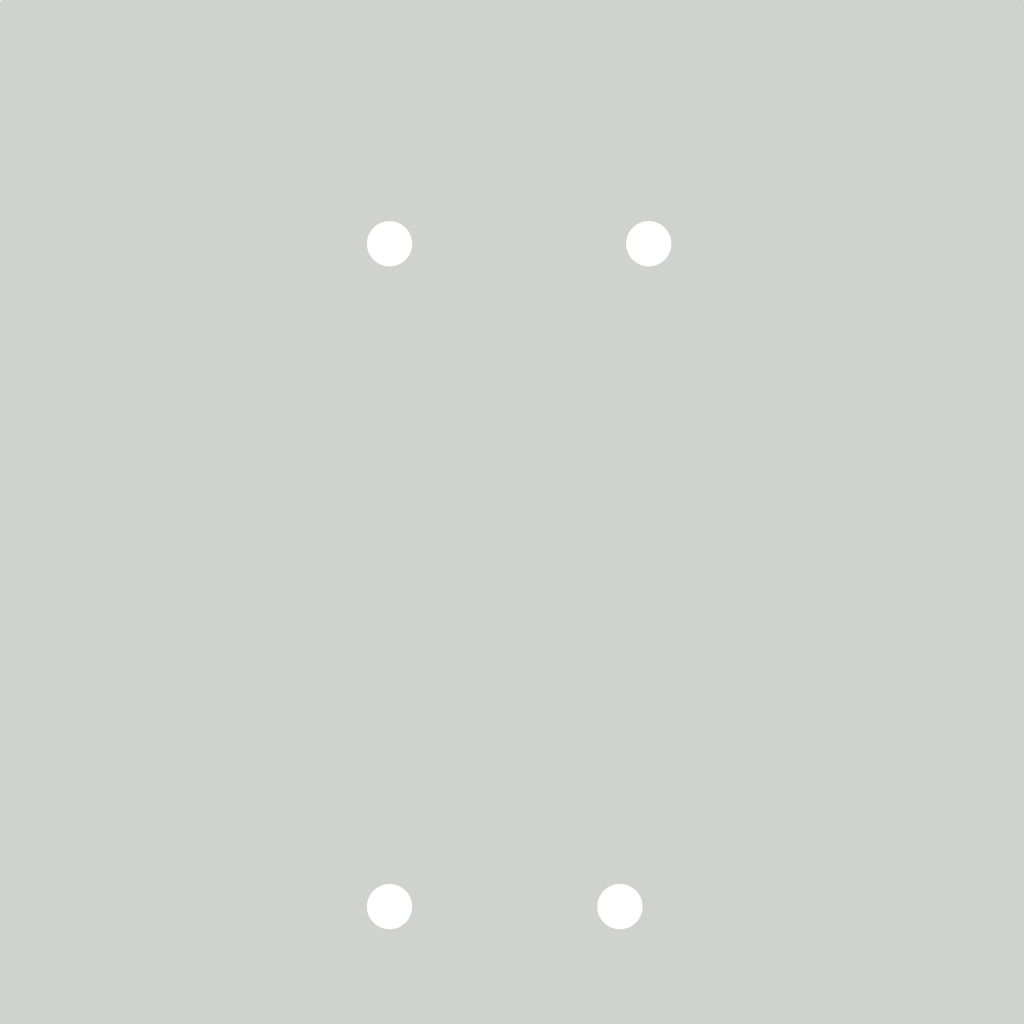
<source format=kicad_pcb>
(kicad_pcb (version 20221018) (generator pcbnew)
  (layers (0 "F.Cu" signal) (31 "B.Cu" signal) (34 "B.Paste" user) (35 "F.Paste" user) (36 "B.SilkS" user "B.Silkscreen") (37 "F.SilkS" user "F.Silkscreen") (38 "B.Mask" user) (39 "F.Mask" user) (44 "Edge.Cuts" user))
  (net 0 "")
  (net 1 "Net-(D2-K)")
  (net 2 "GND")
  (net 3 "Net-(D1-K)")
  (net 4 "Net-(D3-K)")
  (footprint "Connector_PinHeader_2.54mm:PinHeader_1x01_P2.54mm_Vertical" (layer "F.Cu") (at 66.04 49.325)
    (fp_text reference "J2" hide)
    (fp_text value "AC-" (at 0.66 -2.45) (layer "F.SilkS"))
    (fp_line (start -1.33 -1.33) (end 0 -1.33) (stroke (width 0.12)) (layer "F.SilkS"))
    (fp_line (start -1.33 0) (end -1.33 -1.33) (stroke (width 0.12)) (layer "F.SilkS"))
    (fp_line (start -1.33 1.27) (end -1.33 1.33) (stroke (width 0.12)) (layer "F.SilkS"))
    (fp_line (start -1.33 1.27) (end 1.33 1.27) (stroke (width 0.12)) (layer "F.SilkS"))
    (fp_line (start -1.33 1.33) (end 1.33 1.33) (stroke (width 0.12)) (layer "F.SilkS"))
    (fp_line (start 1.33 1.27) (end 1.33 1.33) (stroke (width 0.12)) (layer "F.SilkS"))
    (pad "1" thru_hole rect (at 0 0) (size 1.7 1.7) (drill 1) (layers "*.Cu" "*.Mask") (net 4 "Net-(D3-K)"))
  )
  (footprint "footprints:CAP_WCAP-ASLI_04p0X05p5_WRE-M" (layer "F.Cu") (at 69.85 56.3221 -90)
    (fp_text reference "C1" (at -3.5721 2.35 unlocked) (layer "F.SilkS"))
    (fp_text value "25u")
    (fp_line (start -2.3749 -2.3749) (end -2.3749 -0.99314) (stroke (width 0.1524)) (layer "F.SilkS"))
    (fp_line (start -2.3749 0.99314) (end -2.3749 2.3749) (stroke (width 0.1524)) (layer "F.SilkS"))
    (fp_line (start -2.3749 2.3749) (end 2.3749 2.3749) (stroke (width 0.1524)) (layer "F.SilkS"))
    (fp_line (start 2.3749 -2.3749) (end -2.3749 -2.3749) (stroke (width 0.1524)) (layer "F.SilkS"))
    (fp_line (start 2.3749 -0.99314) (end 2.3749 -2.3749) (stroke (width 0.1524)) (layer "F.SilkS"))
    (fp_line (start 2.3749 2.3749) (end 2.3749 0.99314) (stroke (width 0.1524)) (layer "F.SilkS"))
    (fp_circle (center -4.0767 0) (end -4.0005 0) (stroke (width 0.1524)) (fill none) (layer "F.SilkS"))
    (pad "1" smd rect (at -1.905 0 270) (size 2.8194 1.3208) (layers "F.Cu" "F.Paste" "F.Mask") (net 1 "Net-(D2-K)"))
    (pad "2" smd rect (at 1.905 0 270) (size 2.8194 1.3208) (layers "F.Cu" "F.Paste" "F.Mask") (net 2 "GND"))
  )
  (footprint "Connector_PinHeader_2.54mm:PinHeader_1x01_P2.54mm_Vertical" (layer "F.Cu") (at 71.12 63.9421 90)
    (fp_text reference "J4" hide)
    (fp_text value "V_OUT-" (at 2.6921 0.88 180) (layer "F.SilkS"))
    (fp_line (start -1.33 -1.33) (end 0 -1.33) (stroke (width 0.12)) (layer "F.SilkS"))
    (fp_line (start -1.33 0) (end -1.33 -1.33) (stroke (width 0.12)) (layer "F.SilkS"))
    (fp_line (start -1.33 1.27) (end -1.33 1.33) (stroke (width 0.12)) (layer "F.SilkS"))
    (fp_line (start -1.33 1.27) (end 1.33 1.27) (stroke (width 0.12)) (layer "F.SilkS"))
    (fp_line (start -1.33 1.33) (end 1.33 1.33) (stroke (width 0.12)) (layer "F.SilkS"))
    (fp_line (start 1.33 1.27) (end 1.33 1.33) (stroke (width 0.12)) (layer "F.SilkS"))
    (pad "1" thru_hole rect (at 0 0 90) (size 1.7 1.7) (drill 1) (layers "*.Cu" "*.Mask") (net 2 "GND"))
  )
  (footprint "footprints:SOD123_MCC-M" (layer "F.Cu") (at 61.595 52.5)
    (fp_text reference "D2" (at 0 -2.2 unlocked) (layer "F.SilkS"))
    (fp_text value "1N4148")
    (fp_text user "*" (at -2.595 -1 unlocked) (layer "F.SilkS"))
    (fp_text user "*" (at -2.595 1.75) (layer "F.SilkS"))
    (fp_line (start -1.5494 -1.0287) (end -1.5494 -0.71374) (stroke (width 0.1524)) (layer "F.SilkS"))
    (fp_line (start -1.5494 0.71374) (end -1.5494 1.0287) (stroke (width 0.1524)) (layer "F.SilkS"))
    (fp_line (start -1.5494 1.0287) (end 1.5494 1.0287) (stroke (width 0.1524)) (layer "F.SilkS"))
    (fp_line (start 1.5494 -1.0287) (end -1.5494 -1.0287) (stroke (width 0.1524)) (layer "F.SilkS"))
    (fp_line (start 1.5494 -0.71374) (end 1.5494 -1.0287) (stroke (width 0.1524)) (layer "F.SilkS"))
    (fp_line (start 1.5494 1.0287) (end 1.5494 0.71374) (stroke (width 0.1524)) (layer "F.SilkS"))
    (pad "1" smd rect (at -1.905 0) (size 1.1684 0.762) (layers "F.Cu" "F.Paste" "F.Mask") (net 1 "Net-(D2-K)"))
    (pad "2" smd rect (at 1.905 0) (size 1.1684 0.762) (layers "F.Cu" "F.Paste" "F.Mask") (net 3 "Net-(D1-K)"))
  )
  (footprint "Connector_PinHeader_2.54mm:PinHeader_1x01_P2.54mm_Vertical" (layer "F.Cu") (at 66.04 63.9421 180)
    (fp_text reference "J3" hide)
    (fp_text value "V_OUT+" (at 0.29 2.6921 180) (layer "F.SilkS"))
    (fp_line (start -1.33 -1.33) (end 0 -1.33) (stroke (width 0.12)) (layer "F.SilkS"))
    (fp_line (start -1.33 0) (end -1.33 -1.33) (stroke (width 0.12)) (layer "F.SilkS"))
    (fp_line (start -1.33 1.27) (end -1.33 1.33) (stroke (width 0.12)) (layer "F.SilkS"))
    (fp_line (start -1.33 1.27) (end 1.33 1.27) (stroke (width 0.12)) (layer "F.SilkS"))
    (fp_line (start -1.33 1.33) (end 1.33 1.33) (stroke (width 0.12)) (layer "F.SilkS"))
    (fp_line (start 1.33 1.27) (end 1.33 1.33) (stroke (width 0.12)) (layer "F.SilkS"))
    (pad "1" thru_hole rect (at 0 0 180) (size 1.7 1.7) (drill 1) (layers "*.Cu" "*.Mask") (net 1 "Net-(D2-K)"))
  )
  (footprint "footprints:SOD123_MCC-M" (layer "F.Cu") (at 76.2 46.15)
    (fp_text reference "D3" (at 0 2.35 unlocked) (layer "F.SilkS"))
    (fp_text value "1N4148")
    (fp_text user "*" (at -2.45 -1.15 unlocked) (layer "F.SilkS"))
    (fp_text user "*" (at -3.45 -0.4) (layer "F.SilkS"))
    (fp_line (start -1.5494 -1.0287) (end -1.5494 -0.71374) (stroke (width 0.1524)) (layer "F.SilkS"))
    (fp_line (start -1.5494 0.71374) (end -1.5494 1.0287) (stroke (width 0.1524)) (layer "F.SilkS"))
    (fp_line (start -1.5494 1.0287) (end 1.5494 1.0287) (stroke (width 0.1524)) (layer "F.SilkS"))
    (fp_line (start 1.5494 -1.0287) (end -1.5494 -1.0287) (stroke (width 0.1524)) (layer "F.SilkS"))
    (fp_line (start 1.5494 -0.71374) (end 1.5494 -1.0287) (stroke (width 0.1524)) (layer "F.SilkS"))
    (fp_line (start 1.5494 1.0287) (end 1.5494 0.71374) (stroke (width 0.1524)) (layer "F.SilkS"))
    (pad "1" smd rect (at -1.905 0) (size 1.1684 0.762) (layers "F.Cu" "F.Paste" "F.Mask") (net 4 "Net-(D3-K)"))
    (pad "2" smd rect (at 1.905 0) (size 1.1684 0.762) (layers "F.Cu" "F.Paste" "F.Mask") (net 2 "GND"))
  )
  (footprint "Connector_PinHeader_2.54mm:PinHeader_1x01_P2.54mm_Vertical" (layer "F.Cu") (at 71.755 49.325)
    (fp_text reference "J1" hide)
    (fp_text value "AC+" (at -0.255 -2.425) (layer "F.SilkS"))
    (fp_line (start -1.33 -1.33) (end 0 -1.33) (stroke (width 0.12)) (layer "F.SilkS"))
    (fp_line (start -1.33 0) (end -1.33 -1.33) (stroke (width 0.12)) (layer "F.SilkS"))
    (fp_line (start -1.33 1.27) (end -1.33 1.33) (stroke (width 0.12)) (layer "F.SilkS"))
    (fp_line (start -1.33 1.27) (end 1.33 1.27) (stroke (width 0.12)) (layer "F.SilkS"))
    (fp_line (start -1.33 1.33) (end 1.33 1.33) (stroke (width 0.12)) (layer "F.SilkS"))
    (fp_line (start 1.33 1.27) (end 1.33 1.33) (stroke (width 0.12)) (layer "F.SilkS"))
    (pad "1" thru_hole rect (at 0 0) (size 1.7 1.7) (drill 1) (layers "*.Cu" "*.Mask") (net 3 "Net-(D1-K)"))
  )
  (footprint "footprints:SOD123_MCC-M" (layer "F.Cu") (at 61.595 46.15)
    (fp_text reference "D4" (at 0 2.25 unlocked) (layer "F.SilkS"))
    (fp_text value "1N4148")
    (fp_text user "*" (at -2.595 -1.15) (layer "F.SilkS"))
    (fp_text user "*" (at -2.595 1.85 unlocked) (layer "F.SilkS"))
    (fp_line (start -1.5494 -1.0287) (end -1.5494 -0.71374) (stroke (width 0.1524)) (layer "F.SilkS"))
    (fp_line (start -1.5494 0.71374) (end -1.5494 1.0287) (stroke (width 0.1524)) (layer "F.SilkS"))
    (fp_line (start -1.5494 1.0287) (end 1.5494 1.0287) (stroke (width 0.1524)) (layer "F.SilkS"))
    (fp_line (start 1.5494 -1.0287) (end -1.5494 -1.0287) (stroke (width 0.1524)) (layer "F.SilkS"))
    (fp_line (start 1.5494 -0.71374) (end 1.5494 -1.0287) (stroke (width 0.1524)) (layer "F.SilkS"))
    (fp_line (start 1.5494 1.0287) (end 1.5494 0.71374) (stroke (width 0.1524)) (layer "F.SilkS"))
    (pad "1" smd rect (at -1.905 0) (size 1.1684 0.762) (layers "F.Cu" "F.Paste" "F.Mask") (net 1 "Net-(D2-K)"))
    (pad "2" smd rect (at 1.905 0) (size 1.1684 0.762) (layers "F.Cu" "F.Paste" "F.Mask") (net 4 "Net-(D3-K)"))
  )
  (footprint "footprints:SOD323_NEX-M" (layer "F.Cu") (at 64.77 57.39525 -90)
    (fp_text reference "D5" (at -2.14525 1.77 unlocked) (layer "F.SilkS"))
    (fp_text value "D_Zener")
    (fp_line (start -3.556 -0.635) (end -3.556 0.635) (stroke (width 0.1524)) (layer "F.SilkS"))
    (fp_line (start -3.556 0) (end -2.794 -0.635) (stroke (width 0.1524)) (layer "F.SilkS"))
    (fp_line (start -3.556 0) (end -2.794 -0.508) (stroke (width 0.1524)) (layer "F.SilkS"))
    (fp_line (start -3.556 0) (end -2.794 -0.381) (stroke (width 0.1524)) (layer "F.SilkS"))
    (fp_line (start -3.556 0) (end -2.794 -0.254) (stroke (width 0.1524)) (layer "F.SilkS"))
    (fp_line (start -3.556 0) (end -2.794 -0.127) (stroke (width 0.1524)) (layer "F.SilkS"))
    (fp_line (start -3.556 0) (end -2.794 0.127) (stroke (width 0.1524)) (layer "F.SilkS"))
    (fp_line (start -3.556 0) (end -2.794 0.254) (stroke (width 0.1524)) (layer "F.SilkS"))
    (fp_line (start -3.556 0) (end -2.794 0.381) (stroke (width 0.1524)) (layer "F.SilkS"))
    (fp_line (start -3.556 0) (end -2.794 0.508) (stroke (width 0.1524)) (layer "F.SilkS"))
    (fp_line (start -3.556 0) (end -2.794 0.635) (stroke (width 0.1524)) (layer "F.SilkS"))
    (fp_line (start -2.794 -0.635) (end -2.794 0.635) (stroke (width 0.1524)) (layer "F.SilkS"))
    (fp_line (start -2.54 0) (end -3.81 0) (stroke (width 0.1524)) (layer "F.SilkS"))
    (fp_line (start -1.0287 0.8001) (end 1.0287 0.8001) (stroke (width 0.1524)) (layer "F.SilkS"))
    (fp_line (start 1.0287 -0.8001) (end -1.0287 -0.8001) (stroke (width 0.1524)) (layer "F.SilkS"))
    (pad "1" smd rect (at -1.07315 0 270) (size 1.6637 0.508) (layers "F.Cu" "F.Paste" "F.Mask") (net 1 "Net-(D2-K)"))
    (pad "2" smd rect (at 1.07315 0 270) (size 1.6637 0.508) (layers "F.Cu" "F.Paste" "F.Mask") (net 2 "GND"))
  )
  (footprint "footprints:SOD123_MCC-M" (layer "F.Cu") (at 76.2 52.5)
    (fp_text reference "D1" (at 0 -2.25 unlocked) (layer "F.SilkS"))
    (fp_text value "1N4148")
    (fp_text user "*" (at -3.45 0.75) (layer "F.SilkS"))
    (fp_text user "*" (at -2.45 1.75 unlocked) (layer "F.SilkS"))
    (fp_line (start -1.5494 -1.0287) (end -1.5494 -0.71374) (stroke (width 0.1524)) (layer "F.SilkS"))
    (fp_line (start -1.5494 0.71374) (end -1.5494 1.0287) (stroke (width 0.1524)) (layer "F.SilkS"))
    (fp_line (start -1.5494 1.0287) (end 1.5494 1.0287) (stroke (width 0.1524)) (layer "F.SilkS"))
    (fp_line (start 1.5494 -1.0287) (end -1.5494 -1.0287) (stroke (width 0.1524)) (layer "F.SilkS"))
    (fp_line (start 1.5494 -0.71374) (end 1.5494 -1.0287) (stroke (width 0.1524)) (layer "F.SilkS"))
    (fp_line (start 1.5494 1.0287) (end 1.5494 0.71374) (stroke (width 0.1524)) (layer "F.SilkS"))
    (pad "1" smd rect (at -1.905 0) (size 1.1684 0.762) (layers "F.Cu" "F.Paste" "F.Mask") (net 3 "Net-(D1-K)"))
    (pad "2" smd rect (at 1.905 0) (size 1.1684 0.762) (layers "F.Cu" "F.Paste" "F.Mask") (net 2 "GND"))
  )
  (footprint "Resistor_SMD:R_0603_1608Metric_Pad0.98x0.95mm_HandSolder" (layer "F.Cu") (at 74.93 56.3221 -90)
    (fp_text reference "R1" (at 2.4279 -0.07 -180) (layer "F.SilkS"))
    (fp_text value "300" hide)
    (fp_line (start -0.254724 -0.5225) (end 0.254724 -0.5225) (stroke (width 0.12)) (layer "F.SilkS"))
    (fp_line (start -0.254724 0.5225) (end 0.254724 0.5225) (stroke (width 0.12)) (layer "F.SilkS"))
    (pad "1" smd roundrect (at -0.9125 0 270) (size 0.975 0.95) (layers "F.Cu" "F.Paste" "F.Mask") (net 1 "Net-(D2-K)"))
    (pad "2" smd roundrect (at 0.9125 0 270) (size 0.975 0.95) (layers "F.Cu" "F.Paste" "F.Mask") (net 2 "GND"))
  )
  (gr_rect (start 57.5 44) (end 80 66.5) (stroke (width 0.1)) (fill none) (layer "Edge.Cuts"))
  (segment (start 67.601122 54) (end 69.4329 54) (width 0.25) (layer "F.Cu") (net 1))
  (segment (start 66.215 56.3221) (end 66.5 56.0371) (width 0.25) (layer "F.Cu") (net 1))
  (segment (start 73.5204 54) (end 71.753 54) (width 0.25) (layer "F.Cu") (net 1))
  (segment (start 64.77 56.3221) (end 66.215 56.3221) (width 0.25) (layer "F.Cu") (net 1))
  (segment (start 66.5 56.0371) (end 66.5 55.101122) (width 0.25) (layer "F.Cu") (net 1))
  (segment (start 63 56) (end 63 60.5371) (width 0.25) (layer "F.Cu") (net 1))
  (segment (start 63.72395 55.27605) (end 64.77 56.3221) (width 0.25) (layer "F.Cu") (net 1))
  (segment (start 63 60.5371) (end 66.04 63.5771) (width 0.25) (layer "F.Cu") (net 1))
  (segment (start 59.69 52.5) (end 60.9479 52.5) (width 0.25) (layer "F.Cu") (net 1))
  (segment (start 66.04 63.5771) (end 66.04 63.9421) (width 0.25) (layer "F.Cu") (net 1))
  (segment (start 69.4329 54) (end 69.85 54.4171) (width 0.25) (layer "F.Cu") (net 1))
  (segment (start 60.9479 52.5) (end 63.72395 55.27605) (width 0.25) (layer "F.Cu") (net 1))
  (segment (start 74.93 55.4096) (end 73.5204 54) (width 0.25) (layer "F.Cu") (net 1))
  (segment (start 63.72395 55.27605) (end 63 56) (width 0.25) (layer "F.Cu") (net 1))
  (segment (start 66.5 55.101122) (end 67.601122 54) (width 0.25) (layer "F.Cu") (net 1))
  (segment (start 69.85 54.4171) (end 70.2671 54) (width 0.25) (layer "F.Cu") (net 1))
  (segment (start 70.2671 54) (end 71.753 54) (width 0.25) (layer "F.Cu") (net 1))
  (segment (start 59.69 46.15) (end 59.69 52.5) (width 0.25) (layer "F.Cu") (net 1))
  (segment (start 73.508478 57.2346) (end 72.098878 58.6442) (width 0.25) (layer "F.Cu") (net 2))
  (segment (start 64.9458 58.6442) (end 69.4329 58.6442) (width 0.25) (layer "F.Cu") (net 2))
  (segment (start 78.105 46.15) (end 78.105 54) (width 0.25) (layer "F.Cu") (net 2))
  (segment (start 64.77 58.4684) (end 64.9458 58.6442) (width 0.25) (layer "F.Cu") (net 2))
  (segment (start 70.2671 58.6442) (end 69.85 58.2271) (width 0.25) (layer "F.Cu") (net 2))
  (segment (start 71.12 63.9421) (end 71.12 58.6442) (width 0.25) (layer "F.Cu") (net 2))
  (segment (start 72.098878 58.6442) (end 70.2671 58.6442) (width 0.25) (layer "F.Cu") (net 2))
  (segment (start 74.93 57.2346) (end 73.508478 57.2346) (width 0.25) (layer "F.Cu") (net 2))
  (segment (start 69.4329 58.6442) (end 69.85 58.2271) (width 0.25) (layer "F.Cu") (net 2))
  (segment (start 78.105 54.0596) (end 74.93 57.2346) (width 0.25) (layer "F.Cu") (net 2))
  (segment (start 66.5 52.5) (end 69.675 49.325) (width 0.25) (layer "F.Cu") (net 3))
  (segment (start 63.5 52.5) (end 66.5 52.5) (width 0.25) (layer "F.Cu") (net 3))
  (segment (start 69.675 49.325) (end 71.755 49.325) (width 0.25) (layer "F.Cu") (net 3))
  (segment (start 71.755 49.325) (end 74.295 51.865) (width 0.25) (layer "F.Cu") (net 3))
  (segment (start 74.295 51.865) (end 74.295 52.5) (width 0.25) (layer "F.Cu") (net 3))
  (segment (start 63.5 46.15) (end 63.5 46.785) (width 0.25) (layer "F.Cu") (net 4))
  (segment (start 74.295 46.15) (end 63.5 46.15) (width 0.25) (layer "F.Cu") (net 4))
  (segment (start 63.5 46.785) (end 66.04 49.325) (width 0.25) (layer "F.Cu") (net 4))
  (zone (net 0) (net_name "") (layer "Edge.Cuts") (connect_pads (clearance 0.5)) (min_thickness 0.25) (fill yes (thermal_gap 0.5) (thermal_bridge_width 0.5))
    (polygon (pts (xy 57.5 44) (xy 57.5 66.5) (xy 80 66.5) (xy 80 44)))
  )
)
</source>
